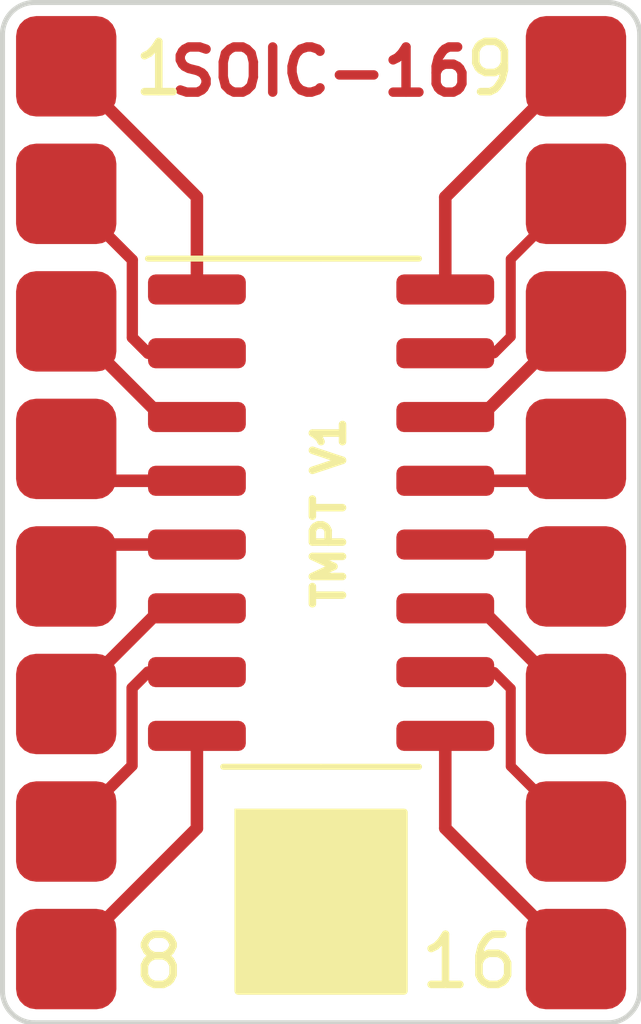
<source format=kicad_pcb>
(kicad_pcb (version 20221018) (generator pcbnew)
  (layers (0 "F.Cu" signal) (31 "B.Cu" signal) (34 "B.Paste" user) (35 "F.Paste" user) (36 "B.SilkS" user "B.Silkscreen") (37 "F.SilkS" user "F.Silkscreen") (38 "B.Mask" user) (39 "F.Mask" user) (44 "Edge.Cuts" user))
  (net 0 "")
  (net 1 "Net-(J1-Pin_1)")
  (net 2 "Net-(J2-Pin_1)")
  (net 3 "Net-(J7-Pin_1)")
  (net 4 "Net-(J3-Pin_1)")
  (net 5 "Net-(J8-Pin_1)")
  (net 6 "Net-(J4-Pin_1)")
  (net 7 "Net-(J5-Pin_1)")
  (net 8 "Net-(J6-Pin_1)")
  (net 9 "Net-(J9-Pin_1)")
  (net 10 "Net-(J10-Pin_1)")
  (net 11 "Net-(J11-Pin_1)")
  (net 12 "Net-(J12-Pin_1)")
  (net 13 "Net-(J13-Pin_1)")
  (net 14 "Net-(J14-Pin_1)")
  (net 15 "Net-(J15-Pin_1)")
  (net 16 "Net-(J16-Pin_1)")
  (footprint "CustSymbols:ManhattanPad" (layer "F.Cu") (at 162.56 111.76)
    (fp_text reference "J9" hide)
    (fp_text value "Conn_01x01_Pin" hide)
    (pad "1" smd roundrect (at 0 0) (size 2 2) (layers "F.Cu" "F.Paste" "F.Mask") (roundrect_rratio 0.2) (net 9 "Net-(J9-Pin_1)"))
  )
  (footprint "CustSymbols:ManhattanPad" (layer "F.Cu") (at 152.4 104.14)
    (fp_text reference "J5" hide)
    (fp_text value "Conn_01x01_Pin" hide)
    (pad "1" smd roundrect (at 0 0) (size 2 2) (layers "F.Cu" "F.Paste" "F.Mask") (roundrect_rratio 0.2) (net 7 "Net-(J5-Pin_1)"))
  )
  (footprint "CustSymbols:ManhattanPad" (layer "F.Cu") (at 152.4 106.68)
    (fp_text reference "J6" hide)
    (fp_text value "Conn_01x01_Pin" hide)
    (pad "1" smd roundrect (at 0 0) (size 2 2) (layers "F.Cu" "F.Paste" "F.Mask") (roundrect_rratio 0.2) (net 8 "Net-(J6-Pin_1)"))
  )
  (footprint "CustSymbols:ManhattanPad" (layer "F.Cu") (at 162.56 96.52)
    (fp_text reference "J15" hide)
    (fp_text value "Conn_01x01_Pin" hide)
    (pad "1" smd roundrect (at 0 0) (size 2 2) (layers "F.Cu" "F.Paste" "F.Mask") (roundrect_rratio 0.2) (net 15 "Net-(J15-Pin_1)"))
  )
  (footprint "CustSymbols:ManhattanPad" (layer "F.Cu") (at 152.4 109.22)
    (fp_text reference "J8" hide)
    (fp_text value "Conn_01x01_Pin" hide)
    (pad "1" smd roundrect (at 0 0) (size 2 2) (layers "F.Cu" "F.Paste" "F.Mask") (roundrect_rratio 0.2) (net 5 "Net-(J8-Pin_1)"))
  )
  (footprint "CustSymbols:ManhattanPad" (layer "F.Cu") (at 162.56 93.98)
    (fp_text reference "J14" hide)
    (fp_text value "Conn_01x01_Pin" hide)
    (pad "1" smd roundrect (at 0 0) (size 2 2) (layers "F.Cu" "F.Paste" "F.Mask") (roundrect_rratio 0.2) (net 14 "Net-(J14-Pin_1)"))
  )
  (footprint "CustSymbols:ManhattanPad" (layer "F.Cu") (at 152.4 96.52)
    (fp_text reference "J2" hide)
    (fp_text value "Conn_01x01_Pin" hide)
    (pad "1" smd roundrect (at 0 0) (size 2 2) (layers "F.Cu" "F.Paste" "F.Mask") (roundrect_rratio 0.2) (net 2 "Net-(J2-Pin_1)"))
  )
  (footprint "CustSymbols:ManhattanPad" (layer "F.Cu") (at 162.56 104.14)
    (fp_text reference "J12" hide)
    (fp_text value "Conn_01x01_Pin" hide)
    (pad "1" smd roundrect (at 0 0) (size 2 2) (layers "F.Cu" "F.Paste" "F.Mask") (roundrect_rratio 0.2) (net 12 "Net-(J12-Pin_1)"))
  )
  (footprint "CustSymbols:ManhattanPad" (layer "F.Cu") (at 152.4 111.76)
    (fp_text reference "J7" hide)
    (fp_text value "Conn_01x01_Pin" hide)
    (pad "1" smd roundrect (at 0 0) (size 2 2) (layers "F.Cu" "F.Paste" "F.Mask") (roundrect_rratio 0.2) (net 3 "Net-(J7-Pin_1)"))
  )
  (footprint "CustSymbols:ManhattanPad" (layer "F.Cu") (at 162.56 101.6)
    (fp_text reference "J11" hide)
    (fp_text value "Conn_01x01_Pin" hide)
    (pad "1" smd roundrect (at 0 0) (size 2 2) (layers "F.Cu" "F.Paste" "F.Mask") (roundrect_rratio 0.2) (net 11 "Net-(J11-Pin_1)"))
  )
  (footprint "CustSymbols:ManhattanPad" (layer "F.Cu") (at 152.4 93.98)
    (fp_text reference "J1" hide)
    (fp_text value "Conn_01x01_Pin" hide)
    (pad "1" smd roundrect (at 0 0) (size 2 2) (layers "F.Cu" "F.Paste" "F.Mask") (roundrect_rratio 0.2) (net 1 "Net-(J1-Pin_1)"))
  )
  (footprint "CustSymbols:ManhattanPad" (layer "F.Cu") (at 162.56 109.22)
    (fp_text reference "J10" hide)
    (fp_text value "Conn_01x01_Pin" hide)
    (pad "1" smd roundrect (at 0 0) (size 2 2) (layers "F.Cu" "F.Paste" "F.Mask") (roundrect_rratio 0.2) (net 10 "Net-(J10-Pin_1)"))
  )
  (footprint "CustSymbols:ManhattanPad" (layer "F.Cu") (at 162.56 99.06)
    (fp_text reference "J16" hide)
    (fp_text value "Conn_01x01_Pin" hide)
    (pad "1" smd roundrect (at 0 0) (size 2 2) (layers "F.Cu" "F.Paste" "F.Mask") (roundrect_rratio 0.2) (net 16 "Net-(J16-Pin_1)"))
  )
  (footprint "CustSymbols:ManhattanPad" (layer "F.Cu") (at 162.56 106.68)
    (fp_text reference "J13" hide)
    (fp_text value "Conn_01x01_Pin" hide)
    (pad "1" smd roundrect (at 0 0) (size 2 2) (layers "F.Cu" "F.Paste" "F.Mask") (roundrect_rratio 0.2) (net 13 "Net-(J13-Pin_1)"))
  )
  (footprint "Package_SO:SOIC-16_3.9x9.9mm_P1.27mm" (layer "F.Cu") (at 157.48 102.87)
    (fp_text reference "U1" hide)
    (fp_text value "74HC137")
    (fp_line (start 0 -5.06) (end -3.45 -5.06) (stroke (width 0.12)) (layer "F.SilkS"))
    (fp_line (start 0 -5.06) (end 1.95 -5.06) (stroke (width 0.12)) (layer "F.SilkS"))
    (fp_line (start 0 5.06) (end -1.95 5.06) (stroke (width 0.12)) (layer "F.SilkS"))
    (fp_line (start 0 5.06) (end 1.95 5.06) (stroke (width 0.12)) (layer "F.SilkS"))
    (pad "1" smd roundrect (at -2.475 -4.445) (size 1.95 0.6) (layers "F.Cu" "F.Paste" "F.Mask") (net 1 "Net-(J1-Pin_1)"))
    (pad "2" smd roundrect (at -2.475 -3.175) (size 1.95 0.6) (layers "F.Cu" "F.Paste" "F.Mask") (net 2 "Net-(J2-Pin_1)"))
    (pad "3" smd roundrect (at -2.475 -1.905) (size 1.95 0.6) (layers "F.Cu" "F.Paste" "F.Mask") (net 4 "Net-(J3-Pin_1)"))
    (pad "4" smd roundrect (at -2.475 -0.635) (size 1.95 0.6) (layers "F.Cu" "F.Paste" "F.Mask") (net 6 "Net-(J4-Pin_1)"))
    (pad "5" smd roundrect (at -2.475 0.635) (size 1.95 0.6) (layers "F.Cu" "F.Paste" "F.Mask") (net 7 "Net-(J5-Pin_1)"))
    (pad "6" smd roundrect (at -2.475 1.905) (size 1.95 0.6) (layers "F.Cu" "F.Paste" "F.Mask") (net 8 "Net-(J6-Pin_1)"))
    (pad "7" smd roundrect (at -2.475 3.175) (size 1.95 0.6) (layers "F.Cu" "F.Paste" "F.Mask") (net 5 "Net-(J8-Pin_1)"))
    (pad "8" smd roundrect (at -2.475 4.445) (size 1.95 0.6) (layers "F.Cu" "F.Paste" "F.Mask") (net 3 "Net-(J7-Pin_1)"))
    (pad "9" smd roundrect (at 2.475 4.445) (size 1.95 0.6) (layers "F.Cu" "F.Paste" "F.Mask") (net 9 "Net-(J9-Pin_1)"))
    (pad "10" smd roundrect (at 2.475 3.175) (size 1.95 0.6) (layers "F.Cu" "F.Paste" "F.Mask") (net 10 "Net-(J10-Pin_1)"))
    (pad "11" smd roundrect (at 2.475 1.905) (size 1.95 0.6) (layers "F.Cu" "F.Paste" "F.Mask") (net 13 "Net-(J13-Pin_1)"))
    (pad "12" smd roundrect (at 2.475 0.635) (size 1.95 0.6) (layers "F.Cu" "F.Paste" "F.Mask") (net 12 "Net-(J12-Pin_1)"))
    (pad "13" smd roundrect (at 2.475 -0.635) (size 1.95 0.6) (layers "F.Cu" "F.Paste" "F.Mask") (net 11 "Net-(J11-Pin_1)"))
    (pad "14" smd roundrect (at 2.475 -1.905) (size 1.95 0.6) (layers "F.Cu" "F.Paste" "F.Mask") (net 16 "Net-(J16-Pin_1)"))
    (pad "15" smd roundrect (at 2.475 -3.175) (size 1.95 0.6) (layers "F.Cu" "F.Paste" "F.Mask") (net 15 "Net-(J15-Pin_1)"))
    (pad "16" smd roundrect (at 2.475 -4.445) (size 1.95 0.6) (layers "F.Cu" "F.Paste" "F.Mask") (net 14 "Net-(J14-Pin_1)"))
  )
  (footprint "CustSymbols:ManhattanPad" (layer "F.Cu") (at 152.4 99.06)
    (fp_text reference "J3" hide)
    (fp_text value "Conn_01x01_Pin" hide)
    (pad "1" smd roundrect (at 0 0) (size 2 2) (layers "F.Cu" "F.Paste" "F.Mask") (roundrect_rratio 0.2) (net 4 "Net-(J3-Pin_1)"))
  )
  (footprint "CustSymbols:ManhattanPad" (layer "F.Cu") (at 152.4 101.6)
    (fp_text reference "J4" hide)
    (fp_text value "Conn_01x01_Pin" hide)
    (pad "1" smd roundrect (at 0 0) (size 2 2) (layers "F.Cu" "F.Paste" "F.Mask") (roundrect_rratio 0.2) (net 6 "Net-(J4-Pin_1)"))
  )
  (gr_rect (start 155.829 108.839) (end 159.131 112.395) (stroke (width 0.15)) (fill solid) (layer "F.SilkS"))
  (gr_line (start 151.13 93.345) (end 151.13 112.395) (stroke (width 0.1)) (layer "Edge.Cuts"))
  (gr_line (start 151.765 113.03) (end 163.195 113.03) (stroke (width 0.1)) (layer "Edge.Cuts"))
  (gr_line (start 163.195 92.71) (end 151.765 92.71) (stroke (width 0.1)) (layer "Edge.Cuts"))
  (gr_arc (start 151.765 113.03) (mid 151.315987 112.844013) (end 151.13 112.395) (stroke (width 0.1)) (layer "Edge.Cuts"))
  (gr_arc (start 163.83 112.395) (mid 163.644013 112.844013) (end 163.195 113.03) (stroke (width 0.1)) (layer "Edge.Cuts"))
  (gr_line (start 163.83 112.395) (end 163.83 93.345) (stroke (width 0.1)) (layer "Edge.Cuts"))
  (gr_arc (start 151.13 93.345) (mid 151.315988 92.895988) (end 151.765 92.71) (stroke (width 0.1)) (layer "Edge.Cuts"))
  (gr_arc (start 163.195 92.71) (mid 163.644012 92.895988) (end 163.83 93.345) (stroke (width 0.1)) (layer "Edge.Cuts"))
  (gr_text "SOIC-16" (at 157.48 94.615) (layer "F.Cu") (effects (font (size 0.9 0.9) (thickness 0.1875) bold) (justify bottom)))
  (gr_text "1" (at 153.67 94.615) (layer "F.SilkS") (effects (font (size 1 1)) (justify left bottom)))
  (gr_text "8" (at 153.67 112.395) (layer "F.SilkS") (effects (font (size 1 1)) (justify left bottom)))
  (gr_text "9" (at 160.274 94.615) (layer "F.SilkS") (effects (font (size 1 1)) (justify left bottom)))
  (gr_text "16" (at 159.385 112.395) (layer "F.SilkS") (effects (font (size 1 1)) (justify left bottom)))
  (gr_text "TMPT V1" (at 157.988 102.87 90) (layer "F.SilkS") (effects (font (size 0.6 0.6)) (justify bottom)))
  (segment (start 155.005 98.425) (end 155.005 96.585) (width 0.25) (layer "F.Cu") (net 1))
  (segment (start 155.005 96.585) (end 152.4 93.98) (width 0.25) (layer "F.Cu") (net 1))
  (segment (start 153.7175 97.8375) (end 152.4 96.52) (width 0.225) (layer "F.Cu") (net 2))
  (segment (start 155.005 99.695) (end 154.030001 99.695) (width 0.225) (layer "F.Cu") (net 2))
  (segment (start 153.7175 99.382499) (end 153.7175 97.8375) (width 0.225) (layer "F.Cu") (net 2))
  (segment (start 154.030001 99.695) (end 153.7175 99.382499) (width 0.225) (layer "F.Cu") (net 2))
  (segment (start 155.005 107.315) (end 155.005 109.155) (width 0.25) (layer "F.Cu") (net 3))
  (segment (start 155.005 109.155) (end 152.4 111.76) (width 0.25) (layer "F.Cu") (net 3))
  (segment (start 155.005 100.965) (end 154.305 100.965) (width 0.25) (layer "F.Cu") (net 4))
  (segment (start 154.305 100.965) (end 152.4 99.06) (width 0.25) (layer "F.Cu") (net 4))
  (segment (start 155.005 106.045) (end 154.030001 106.045) (width 0.225) (layer "F.Cu") (net 5))
  (segment (start 153.7125 107.9075) (end 152.4 109.22) (width 0.225) (layer "F.Cu") (net 5))
  (segment (start 154.030001 106.045) (end 153.7125 106.362501) (width 0.225) (layer "F.Cu") (net 5))
  (segment (start 153.7125 106.362501) (end 153.7125 107.9075) (width 0.225) (layer "F.Cu") (net 5))
  (segment (start 153.035 102.235) (end 152.4 101.6) (width 0.25) (layer "F.Cu") (net 6))
  (segment (start 155.005 102.235) (end 153.035 102.235) (width 0.25) (layer "F.Cu") (net 6))
  (segment (start 153.035 103.505) (end 152.4 104.14) (width 0.25) (layer "F.Cu") (net 7))
  (segment (start 155.005 103.505) (end 153.035 103.505) (width 0.25) (layer "F.Cu") (net 7))
  (segment (start 155.005 104.775) (end 154.305 104.775) (width 0.25) (layer "F.Cu") (net 8))
  (segment (start 154.305 104.775) (end 152.4 106.68) (width 0.25) (layer "F.Cu") (net 8))
  (segment (start 159.955 107.315) (end 159.955 109.155) (width 0.25) (layer "F.Cu") (net 9))
  (segment (start 159.955 109.155) (end 162.56 111.76) (width 0.25) (layer "F.Cu") (net 9))
  (segment (start 161.26 107.92) (end 162.56 109.22) (width 0.2) (layer "F.Cu") (net 10))
  (segment (start 160.929999 106.045) (end 161.26 106.375001) (width 0.2) (layer "F.Cu") (net 10))
  (segment (start 161.26 106.375001) (end 161.26 107.92) (width 0.2) (layer "F.Cu") (net 10))
  (segment (start 159.955 106.045) (end 160.929999 106.045) (width 0.2) (layer "F.Cu") (net 10))
  (segment (start 159.955 102.235) (end 161.925 102.235) (width 0.25) (layer "F.Cu") (net 11))
  (segment (start 161.925 102.235) (end 162.56 101.6) (width 0.25) (layer "F.Cu") (net 11))
  (segment (start 159.955 103.505) (end 161.925 103.505) (width 0.25) (layer "F.Cu") (net 12))
  (segment (start 161.925 103.505) (end 162.56 104.14) (width 0.25) (layer "F.Cu") (net 12))
  (segment (start 159.955 104.775) (end 160.655 104.775) (width 0.25) (layer "F.Cu") (net 13))
  (segment (start 160.655 104.775) (end 162.56 106.68) (width 0.25) (layer "F.Cu") (net 13))
  (segment (start 159.955 96.585) (end 162.56 93.98) (width 0.25) (layer "F.Cu") (net 14))
  (segment (start 159.955 98.425) (end 159.955 96.585) (width 0.25) (layer "F.Cu") (net 14))
  (segment (start 161.26 99.364999) (end 161.26 97.82) (width 0.2) (layer "F.Cu") (net 15))
  (segment (start 161.26 97.82) (end 162.56 96.52) (width 0.2) (layer "F.Cu") (net 15))
  (segment (start 159.955 99.695) (end 160.929999 99.695) (width 0.2) (layer "F.Cu") (net 15))
  (segment (start 160.929999 99.695) (end 161.26 99.364999) (width 0.2) (layer "F.Cu") (net 15))
  (segment (start 160.655 100.965) (end 162.56 99.06) (width 0.25) (layer "F.Cu") (net 16))
  (segment (start 159.955 100.965) (end 160.655 100.965) (width 0.25) (layer "F.Cu") (net 16))
)
</source>
